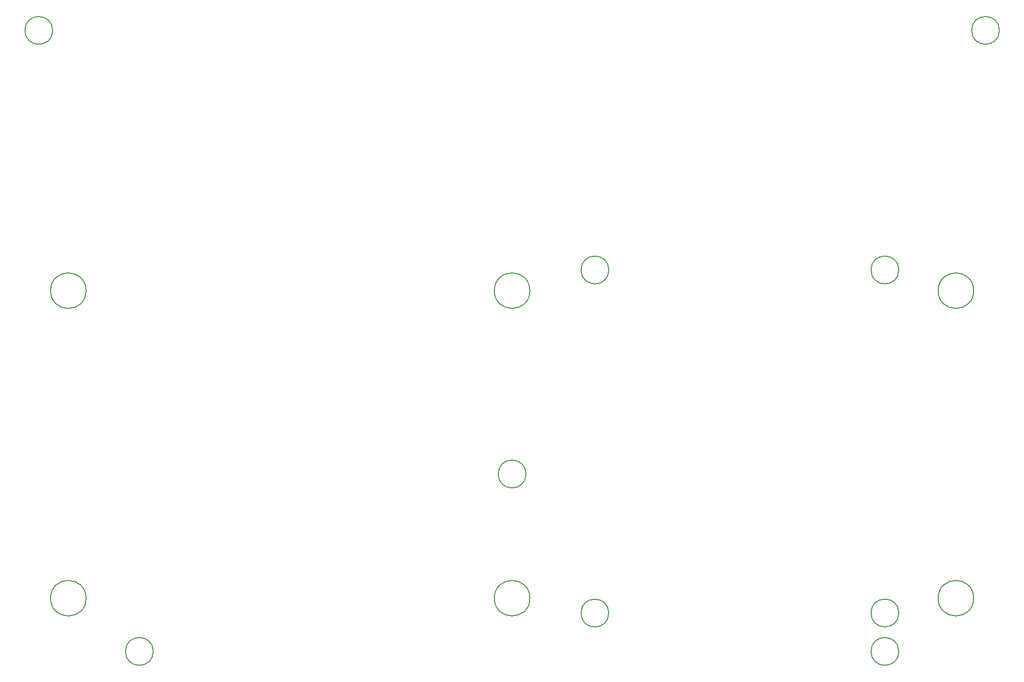
<source format=gbr>
%TF.GenerationSoftware,KiCad,Pcbnew,8.0.4+1*%
%TF.CreationDate,2024-10-16T16:42:29+00:00*%
%TF.ProjectId,pedalboard-hw,70656461-6c62-46f6-9172-642d68772e6b,4.0.0*%
%TF.SameCoordinates,Original*%
%TF.FileFunction,Other,Comment*%
%FSLAX46Y46*%
G04 Gerber Fmt 4.6, Leading zero omitted, Abs format (unit mm)*
G04 Created by KiCad (PCBNEW 8.0.4+1) date 2024-10-16 16:42:29*
%MOMM*%
%LPD*%
G01*
G04 APERTURE LIST*
%ADD10C,0.150000*%
G04 APERTURE END LIST*
D10*
%TO.C,H7*%
X170350000Y-121500000D02*
G75*
G02*
X165650000Y-121500000I-2350000J0D01*
G01*
X165650000Y-121500000D02*
G75*
G02*
X170350000Y-121500000I2350000J0D01*
G01*
%TO.C,H6*%
X121330000Y-121520000D02*
G75*
G02*
X116630000Y-121520000I-2350000J0D01*
G01*
X116630000Y-121520000D02*
G75*
G02*
X121330000Y-121520000I2350000J0D01*
G01*
%TO.C,H1*%
X27350000Y-23000000D02*
G75*
G02*
X22650000Y-23000000I-2350000J0D01*
G01*
X22650000Y-23000000D02*
G75*
G02*
X27350000Y-23000000I2350000J0D01*
G01*
%TO.C,H4*%
X170350000Y-63500000D02*
G75*
G02*
X165650000Y-63500000I-2350000J0D01*
G01*
X165650000Y-63500000D02*
G75*
G02*
X170350000Y-63500000I2350000J0D01*
G01*
%TO.C,H5*%
X121350000Y-63500000D02*
G75*
G02*
X116650000Y-63500000I-2350000J0D01*
G01*
X116650000Y-63500000D02*
G75*
G02*
X121350000Y-63500000I2350000J0D01*
G01*
%TO.C,H15*%
X170350000Y-128000000D02*
G75*
G02*
X165650000Y-128000000I-2350000J0D01*
G01*
X165650000Y-128000000D02*
G75*
G02*
X170350000Y-128000000I2350000J0D01*
G01*
%TO.C,H14*%
X44350000Y-128000000D02*
G75*
G02*
X39650000Y-128000000I-2350000J0D01*
G01*
X39650000Y-128000000D02*
G75*
G02*
X44350000Y-128000000I2350000J0D01*
G01*
%TO.C,H3*%
X187355615Y-22994385D02*
G75*
G02*
X182655615Y-22994385I-2350000J0D01*
G01*
X182655615Y-22994385D02*
G75*
G02*
X187355615Y-22994385I2350000J0D01*
G01*
%TO.C,H16*%
X107350000Y-98000000D02*
G75*
G02*
X102650000Y-98000000I-2350000J0D01*
G01*
X102650000Y-98000000D02*
G75*
G02*
X107350000Y-98000000I2350000J0D01*
G01*
%TO.C,H13*%
X33000000Y-119000000D02*
G75*
G02*
X27000000Y-119000000I-3000000J0D01*
G01*
X27000000Y-119000000D02*
G75*
G02*
X33000000Y-119000000I3000000J0D01*
G01*
%TO.C,H9*%
X108000000Y-67000000D02*
G75*
G02*
X102000000Y-67000000I-3000000J0D01*
G01*
X102000000Y-67000000D02*
G75*
G02*
X108000000Y-67000000I3000000J0D01*
G01*
%TO.C,H10*%
X33000000Y-67000000D02*
G75*
G02*
X27000000Y-67000000I-3000000J0D01*
G01*
X27000000Y-67000000D02*
G75*
G02*
X33000000Y-67000000I3000000J0D01*
G01*
%TO.C,H8*%
X183000000Y-67000000D02*
G75*
G02*
X177000000Y-67000000I-3000000J0D01*
G01*
X177000000Y-67000000D02*
G75*
G02*
X183000000Y-67000000I3000000J0D01*
G01*
%TO.C,H12*%
X108000000Y-119000000D02*
G75*
G02*
X102000000Y-119000000I-3000000J0D01*
G01*
X102000000Y-119000000D02*
G75*
G02*
X108000000Y-119000000I3000000J0D01*
G01*
%TO.C,H11*%
X183000000Y-119000000D02*
G75*
G02*
X177000000Y-119000000I-3000000J0D01*
G01*
X177000000Y-119000000D02*
G75*
G02*
X183000000Y-119000000I3000000J0D01*
G01*
%TD*%
M02*

</source>
